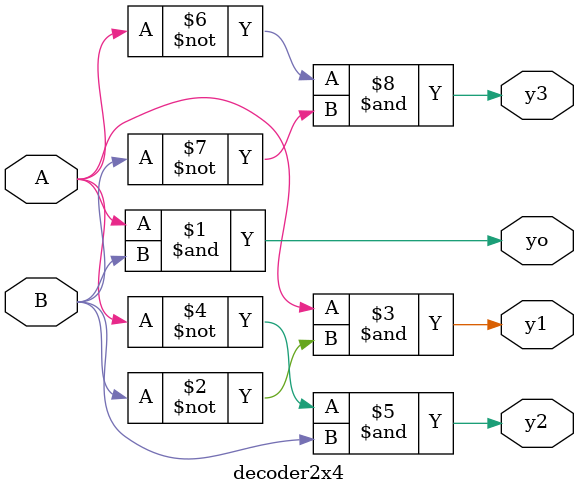
<source format=v>
`timescale 1ns / 1ps


module decoder2x4(
input A,
input B,
output yo,
output y1,
output y2,
output y3
);
    
    assign yo= (A)&(B);
    assign y1= (A)&(~B);
    assign y2= (~A)&(B);
    assign y3= (~A)&(~B);
endmodule

</source>
